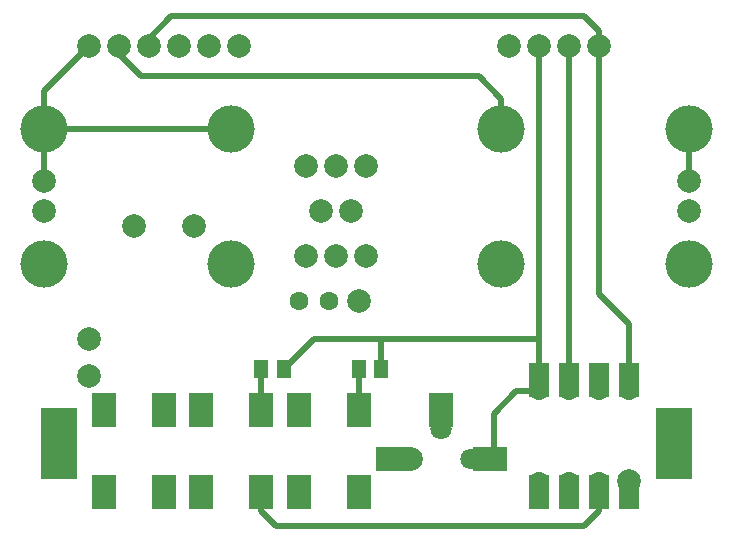
<source format=gbr>
%FSLAX34Y34*%
%MOMM*%
%LNCOPPER_TOP*%
G71*
G01*
%ADD10C, 4.00*%
%ADD11C, 2.00*%
%ADD12C, 1.80*%
%ADD13C, 1.60*%
%ADD14R, 1.80X3.00*%
%ADD15C, 2.00*%
%ADD16R, 2.00X3.00*%
%ADD17R, 3.00X2.00*%
%ADD18C, 0.50*%
%ADD19R, 1.30X1.60*%
%LPD*%
X444500Y869950D02*
G54D10*
D03*
X603250Y869950D02*
G54D10*
D03*
X444500Y755650D02*
G54D10*
D03*
X603250Y755650D02*
G54D10*
D03*
X215900Y869950D02*
G54D10*
D03*
X57150Y869950D02*
G54D10*
D03*
X215900Y755650D02*
G54D10*
D03*
X57150Y755650D02*
G54D10*
D03*
G36*
X54850Y633250D02*
X84850Y633250D01*
X84850Y573250D01*
X54850Y573250D01*
X54850Y633250D01*
G37*
G36*
X575550Y633250D02*
X605550Y633250D01*
X605550Y573250D01*
X575550Y573250D01*
X575550Y633250D01*
G37*
X450850Y939800D02*
G54D11*
D03*
X476250Y939800D02*
G54D11*
D03*
X501650Y939800D02*
G54D11*
D03*
X527050Y939800D02*
G54D11*
D03*
X95250Y939800D02*
G54D11*
D03*
X120650Y939800D02*
G54D11*
D03*
X146050Y939800D02*
G54D11*
D03*
X171450Y939800D02*
G54D11*
D03*
X196850Y939800D02*
G54D11*
D03*
X222250Y939800D02*
G54D11*
D03*
X133350Y787400D02*
G54D11*
D03*
X184150Y787400D02*
G54D11*
D03*
X393700Y615950D02*
G54D12*
D03*
X368300Y590550D02*
G54D12*
D03*
X419100Y590550D02*
G54D12*
D03*
X273050Y628650D02*
G54D11*
D03*
X323850Y628650D02*
G54D11*
D03*
X273050Y565150D02*
G54D11*
D03*
X323850Y565150D02*
G54D11*
D03*
X323850Y723900D02*
G54D13*
D03*
X298450Y723900D02*
G54D13*
D03*
X273050Y723900D02*
G54D13*
D03*
X476250Y571500D02*
G54D13*
D03*
X501650Y571500D02*
G54D13*
D03*
X527050Y571500D02*
G54D13*
D03*
X552450Y571500D02*
G54D13*
D03*
X476250Y647700D02*
G54D13*
D03*
X501650Y647700D02*
G54D13*
D03*
X527050Y647700D02*
G54D13*
D03*
X552450Y647700D02*
G54D13*
D03*
X476250Y561975D02*
G54D14*
D03*
X501650Y561975D02*
G54D14*
D03*
X527050Y561975D02*
G54D14*
D03*
X552450Y561975D02*
G54D14*
D03*
X476250Y657225D02*
G54D14*
D03*
X501650Y657225D02*
G54D14*
D03*
X527050Y657225D02*
G54D14*
D03*
X552450Y657225D02*
G54D14*
D03*
X57150Y755650D02*
G54D10*
D03*
X215900Y755650D02*
G54D10*
D03*
X444500Y755650D02*
G54D10*
D03*
X603250Y755650D02*
G54D10*
D03*
X552455Y571500D02*
G54D11*
D03*
X450850Y939800D02*
G54D11*
D03*
X196850Y939800D02*
G54D11*
D03*
X368300Y590550D02*
G54D11*
D03*
X323850Y723900D02*
G54D15*
D03*
X273050Y628650D02*
G54D11*
D03*
X273050Y565150D02*
G54D11*
D03*
X273050Y631825D02*
G54D16*
D03*
X273050Y561975D02*
G54D16*
D03*
X323850Y561975D02*
G54D16*
D03*
X323850Y631825D02*
G54D16*
D03*
X393750Y631875D02*
G54D16*
D03*
X352475Y590600D02*
G54D17*
D03*
X435025Y590600D02*
G54D17*
D03*
G54D18*
X95250Y939800D02*
X57150Y901700D01*
X57150Y869950D01*
G54D18*
X476250Y939800D02*
X476250Y647700D01*
G54D18*
X501650Y647700D02*
X501650Y939800D01*
X190500Y628650D02*
G54D11*
D03*
X241300Y628650D02*
G54D11*
D03*
X190500Y565150D02*
G54D11*
D03*
X241300Y565150D02*
G54D11*
D03*
X190500Y628650D02*
G54D11*
D03*
X190500Y565150D02*
G54D11*
D03*
X190500Y631825D02*
G54D16*
D03*
X190500Y561975D02*
G54D16*
D03*
X241300Y561975D02*
G54D16*
D03*
X241300Y631825D02*
G54D16*
D03*
X107950Y628650D02*
G54D11*
D03*
X158750Y628650D02*
G54D11*
D03*
X107950Y565150D02*
G54D11*
D03*
X158750Y565150D02*
G54D11*
D03*
X107950Y628650D02*
G54D11*
D03*
X107950Y565150D02*
G54D11*
D03*
X107950Y631825D02*
G54D16*
D03*
X107950Y561975D02*
G54D16*
D03*
X158750Y561975D02*
G54D16*
D03*
X158750Y631825D02*
G54D16*
D03*
X330200Y838200D02*
G54D11*
D03*
X304800Y838200D02*
G54D11*
D03*
X279400Y838200D02*
G54D11*
D03*
X330200Y762000D02*
G54D11*
D03*
X304800Y762000D02*
G54D11*
D03*
X279400Y762000D02*
G54D11*
D03*
X304800Y838200D02*
G54D11*
D03*
X95250Y692150D02*
G54D11*
D03*
X95250Y660400D02*
G54D11*
D03*
X57150Y825500D02*
G54D11*
D03*
X57150Y800095D02*
G54D11*
D03*
X603250Y825500D02*
G54D11*
D03*
X603250Y800095D02*
G54D11*
D03*
G54D18*
X57150Y869950D02*
X57150Y825500D01*
G54D18*
X603250Y869950D02*
X603250Y825500D01*
G54D18*
X57150Y869950D02*
X215900Y869950D01*
X292100Y800100D02*
G54D11*
D03*
X317500Y800100D02*
G54D11*
D03*
G54D18*
X241300Y561975D02*
X241300Y546100D01*
X254000Y533400D01*
X514350Y533400D01*
X527050Y546100D01*
X527050Y571500D01*
G54D18*
X476250Y647700D02*
X457200Y647700D01*
X438150Y628650D01*
X438150Y593725D01*
X435025Y590600D01*
G54D18*
X527050Y939800D02*
X527050Y730250D01*
X552450Y704850D01*
X552450Y657225D01*
G54D18*
X146050Y939800D02*
X146050Y946150D01*
X165100Y965200D01*
X514350Y965200D01*
X527050Y952500D01*
X527050Y939800D01*
G54D18*
X120650Y939800D02*
X120650Y933450D01*
X139700Y914400D01*
X425450Y914400D01*
X444500Y895350D01*
X444500Y869950D01*
X260350Y666750D02*
G54D19*
D03*
X241350Y666750D02*
G54D19*
D03*
X342900Y666750D02*
G54D19*
D03*
X323900Y666750D02*
G54D19*
D03*
G54D18*
X241300Y628650D02*
X241300Y666700D01*
X241350Y666750D01*
G54D18*
X323850Y628650D02*
X323850Y666700D01*
X323900Y666750D01*
G54D18*
X260350Y666750D02*
X285750Y692150D01*
X476250Y692150D01*
G54D18*
X342900Y666750D02*
X342900Y692150D01*
M02*

</source>
